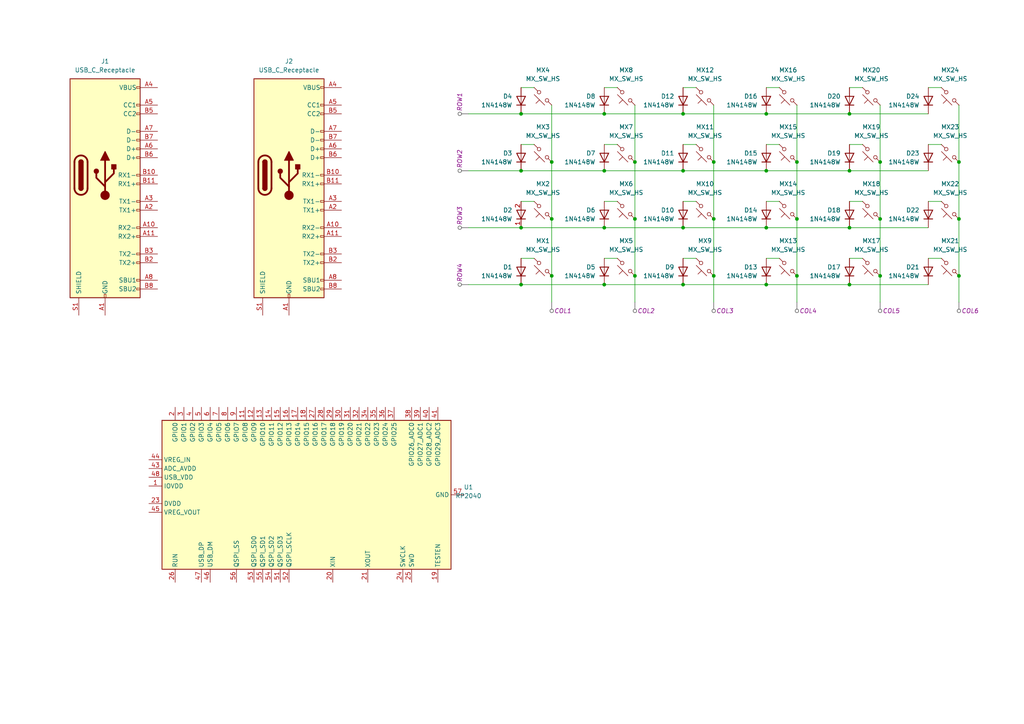
<source format=kicad_sch>
(kicad_sch (version 20230121) (generator eeschema)
  (paper "A4")
  (lib_symbols
    (symbol "1N4148W_1" (pin_numbers hide) (pin_names hide)
      (property "Reference" "D" (at 0 2.54 0))
      (property "Value" "1N4148W" (at 0 -2.54 0))
      (symbol "1N4148W_1_0_1"
        (polyline (pts (xy -1.27 1.27) (xy -1.27 -1.27)) (stroke (width 0.254)))
        (polyline (pts (xy 1.27 0) (xy -1.27 0)))
        (polyline (pts (xy 1.27 1.27) (xy 1.27 -1.27) (xy -1.27 0) (xy 1.27 1.27)) (stroke (width 0.254)))
      )
      (symbol "1N4148W_1_1_1"
        (pin passive line (at -3.81 0 0) (length 2.54) (name "K") (number "1"))
        (pin passive line (at 3.81 0 180) (length 2.54) (name "A") (number "2"))
      )
    )
    (symbol "1N4148W_2" (pin_names hide)
      (property "Reference" "D" (at 0 2.54 0))
      (property "Value" "1N4148W" (at 0 -2.54 0))
      (symbol "1N4148W_2_0_1"
        (polyline (pts (xy -1.27 1.27) (xy -1.27 -1.27)) (stroke (width 0.254)))
        (polyline (pts (xy 1.27 0) (xy -1.27 0)))
        (polyline (pts (xy 1.27 1.27) (xy 1.27 -1.27) (xy -1.27 0) (xy 1.27 1.27)) (stroke (width 0.254)))
      )
      (symbol "1N4148W_2_1_1"
        (pin passive line (at -3.81 0 0) (length 2.54) (name "K") (number "1"))
        (pin passive line (at 3.81 0 180) (length 2.54) (name "A") (number "2"))
      )
    )
    (symbol "Connector:USB_C_Receptacle" (pin_names (offset 1.016))
      (property "Reference" "J" (at -10.16 29.21 0))
      (property "Value" "USB_C_Receptacle" (at 10.16 29.21 0))
      (symbol "USB_C_Receptacle_0_0"
        (rectangle (start -0.254 -35.56) (end 0.254 -34.544))
        (rectangle (start 10.16 -32.766) (end 9.144 -33.274))
        (rectangle (start 10.16 -30.226) (end 9.144 -30.734))
        (rectangle (start 10.16 -25.146) (end 9.144 -25.654))
        (rectangle (start 10.16 -22.606) (end 9.144 -23.114))
        (rectangle (start 10.16 -17.526) (end 9.144 -18.034))
        (rectangle (start 10.16 -14.986) (end 9.144 -15.494))
        (rectangle (start 10.16 -9.906) (end 9.144 -10.414))
        (rectangle (start 10.16 -7.366) (end 9.144 -7.874))
        (rectangle (start 10.16 -2.286) (end 9.144 -2.794))
        (rectangle (start 10.16 0.254) (end 9.144 -0.254))
        (rectangle (start 10.16 5.334) (end 9.144 4.826))
        (rectangle (start 10.16 7.874) (end 9.144 7.366))
        (rectangle (start 10.16 10.414) (end 9.144 9.906))
        (rectangle (start 10.16 12.954) (end 9.144 12.446))
        (rectangle (start 10.16 18.034) (end 9.144 17.526))
        (rectangle (start 10.16 20.574) (end 9.144 20.066))
        (rectangle (start 10.16 25.654) (end 9.144 25.146))
      )
      (symbol "USB_C_Receptacle_0_1"
        (rectangle (start -10.16 27.94) (end 10.16 -35.56) (stroke (width 0.254)) (fill (type background)))
        (arc (start -8.89 -3.81) (mid -6.985 -5.7067) (end -5.08 -3.81) (stroke (width 0.508)))
        (arc (start -7.62 -3.81) (mid -6.985 -4.4423) (end -6.35 -3.81) (stroke (width 0.254)))
        (arc (start -7.62 -3.81) (mid -6.985 -4.4423) (end -6.35 -3.81) (stroke (width 0.254)) (fill (type outline)))
        (rectangle (start -7.62 -3.81) (end -6.35 3.81) (stroke (width 0.254)) (fill (type outline)))
        (arc (start -6.35 3.81) (mid -6.985 4.4423) (end -7.62 3.81) (stroke (width 0.254)))
        (arc (start -6.35 3.81) (mid -6.985 4.4423) (end -7.62 3.81) (stroke (width 0.254)) (fill (type outline)))
        (arc (start -5.08 3.81) (mid -6.985 5.7067) (end -8.89 3.81) (stroke (width 0.508)))
        (polyline (pts (xy -8.89 -3.81) (xy -8.89 3.81)) (stroke (width 0.508)))
        (polyline (pts (xy -5.08 3.81) (xy -5.08 -3.81)) (stroke (width 0.508)))
      )
      (symbol "USB_C_Receptacle_1_1"
        (circle (center -2.54 1.143) (radius 0.635) (stroke (width 0.254)) (fill (type outline)))
        (circle (center 0 -5.842) (radius 1.27) (fill (type outline)))
        (polyline (pts (xy 0 -5.842) (xy 0 4.318)) (stroke (width 0.508)))
        (polyline (pts (xy 0 -3.302) (xy -2.54 -0.762) (xy -2.54 0.508)) (stroke (width 0.508)))
        (polyline (pts (xy 0 -2.032) (xy 2.54 0.508) (xy 2.54 1.778)) (stroke (width 0.508)))
        (polyline (pts (xy -1.27 4.318) (xy 0 6.858) (xy 1.27 4.318) (xy -1.27 4.318)) (stroke (width 0.254)) (fill (type outline)))
        (rectangle (start 1.905 1.778) (end 3.175 3.048) (stroke (width 0.254)) (fill (type outline)))
        (pin passive line (at 0 -40.64 90) (length 5.08) (name "GND") (number "A1"))
        (pin bidirectional line (at 15.24 -15.24 180) (length 5.08) (name "RX2-") (number "A10"))
        (pin bidirectional line (at 15.24 -17.78 180) (length 5.08) (name "RX2+") (number "A11"))
        (pin passive line (at 0 -40.64 90) (length 5.08) hide (name "GND") (number "A12"))
        (pin bidirectional line (at 15.24 -10.16 180) (length 5.08) (name "TX1+") (number "A2"))
        (pin bidirectional line (at 15.24 -7.62 180) (length 5.08) (name "TX1-") (number "A3"))
        (pin passive line (at 15.24 25.4 180) (length 5.08) (name "VBUS") (number "A4"))
        (pin bidirectional line (at 15.24 20.32 180) (length 5.08) (name "CC1") (number "A5"))
        (pin bidirectional line (at 15.24 7.62 180) (length 5.08) (name "D+") (number "A6"))
        (pin bidirectional line (at 15.24 12.7 180) (length 5.08) (name "D-") (number "A7"))
        (pin bidirectional line (at 15.24 -30.48 180) (length 5.08) (name "SBU1") (number "A8"))
        (pin passive line (at 15.24 25.4 180) (length 5.08) hide (name "VBUS") (number "A9"))
        (pin passive line (at 0 -40.64 90) (length 5.08) hide (name "GND") (number "B1"))
        (pin bidirectional line (at 15.24 0 180) (length 5.08) (name "RX1-") (number "B10"))
        (pin bidirectional line (at 15.24 -2.54 180) (length 5.08) (name "RX1+") (number "B11"))
        (pin passive line (at 0 -40.64 90) (length 5.08) hide (name "GND") (number "B12"))
        (pin bidirectional line (at 15.24 -25.4 180) (length 5.08) (name "TX2+") (number "B2"))
        (pin bidirectional line (at 15.24 -22.86 180) (length 5.08) (name "TX2-") (number "B3"))
        (pin passive line (at 15.24 25.4 180) (length 5.08) hide (name "VBUS") (number "B4"))
        (pin bidirectional line (at 15.24 17.78 180) (length 5.08) (name "CC2") (number "B5"))
        (pin bidirectional line (at 15.24 5.08 180) (length 5.08) (name "D+") (number "B6"))
        (pin bidirectional line (at 15.24 10.16 180) (length 5.08) (name "D-") (number "B7"))
        (pin bidirectional line (at 15.24 -33.02 180) (length 5.08) (name "SBU2") (number "B8"))
        (pin passive line (at 15.24 25.4 180) (length 5.08) hide (name "VBUS") (number "B9"))
        (pin passive line (at -7.62 -40.64 90) (length 5.08) (name "SHIELD") (number "S1"))
      )
    )
    (symbol "Diode:1N4148W" (pin_numbers hide) (pin_names hide)
      (property "Reference" "D" (at 0 2.54 0))
      (property "Value" "1N4148W" (at 0 -2.54 0))
      (symbol "1N4148W_0_1"
        (polyline (pts (xy -1.27 1.27) (xy -1.27 -1.27)) (stroke (width 0.254)))
        (polyline (pts (xy 1.27 0) (xy -1.27 0)))
        (polyline (pts (xy 1.27 1.27) (xy 1.27 -1.27) (xy -1.27 0) (xy 1.27 1.27)) (stroke (width 0.254)))
      )
      (symbol "1N4148W_1_1"
        (pin passive line (at -3.81 0 0) (length 2.54) (name "K") (number "1"))
        (pin passive line (at 3.81 0 180) (length 2.54) (name "A") (number "2"))
      )
    )
    (symbol "MCU_RaspberryPi:RP2040"
      (property "Reference" "U" (at 17.78 45.72 0))
      (property "Value" "RP2040" (at 17.78 43.18 0))
      (symbol "RP2040_0_1"
        (rectangle (start -21.59 41.91) (end 21.59 -41.91) (stroke (width 0.254)) (fill (type background)))
      )
      (symbol "RP2040_1_1"
        (pin power_in line (at 2.54 45.72 270) (length 3.81) (name "IOVDD") (number "1"))
        (pin passive line (at 2.54 45.72 270) (length 3.81) hide (name "IOVDD") (number "10"))
        (pin bidirectional line (at 25.4 17.78 180) (length 3.81) (name "GPIO8") (number "11"))
        (pin bidirectional line (at 25.4 15.24 180) (length 3.81) (name "GPIO9") (number "12"))
        (pin bidirectional line (at 25.4 12.7 180) (length 3.81) (name "GPIO10") (number "13"))
        (pin bidirectional line (at 25.4 10.16 180) (length 3.81) (name "GPIO11") (number "14"))
        (pin bidirectional line (at 25.4 7.62 180) (length 3.81) (name "GPIO12") (number "15"))
        (pin bidirectional line (at 25.4 5.08 180) (length 3.81) (name "GPIO13") (number "16"))
        (pin bidirectional line (at 25.4 2.54 180) (length 3.81) (name "GPIO14") (number "17"))
        (pin bidirectional line (at 25.4 0 180) (length 3.81) (name "GPIO15") (number "18"))
        (pin input line (at -25.4 -38.1 0) (length 3.81) (name "TESTEN") (number "19"))
        (pin bidirectional line (at 25.4 38.1 180) (length 3.81) (name "GPIO0") (number "2"))
        (pin input line (at -25.4 -7.62 0) (length 3.81) (name "XIN") (number "20"))
        (pin passive line (at -25.4 -17.78 0) (length 3.81) (name "XOUT") (number "21"))
        (pin passive line (at 2.54 45.72 270) (length 3.81) hide (name "IOVDD") (number "22"))
        (pin power_in line (at -2.54 45.72 270) (length 3.81) (name "DVDD") (number "23"))
        (pin input line (at -25.4 -27.94 0) (length 3.81) (name "SWCLK") (number "24"))
        (pin bidirectional line (at -25.4 -30.48 0) (length 3.81) (name "SWD") (number "25"))
        (pin input line (at -25.4 38.1 0) (length 3.81) (name "RUN") (number "26"))
        (pin bidirectional line (at 25.4 -2.54 180) (length 3.81) (name "GPIO16") (number "27"))
        (pin bidirectional line (at 25.4 -5.08 180) (length 3.81) (name "GPIO17") (number "28"))
        (pin bidirectional line (at 25.4 -7.62 180) (length 3.81) (name "GPIO18") (number "29"))
        (pin bidirectional line (at 25.4 35.56 180) (length 3.81) (name "GPIO1") (number "3"))
        (pin bidirectional line (at 25.4 -10.16 180) (length 3.81) (name "GPIO19") (number "30"))
        (pin bidirectional line (at 25.4 -12.7 180) (length 3.81) (name "GPIO20") (number "31"))
        (pin bidirectional line (at 25.4 -15.24 180) (length 3.81) (name "GPIO21") (number "32"))
        (pin passive line (at 2.54 45.72 270) (length 3.81) hide (name "IOVDD") (number "33"))
        (pin bidirectional line (at 25.4 -17.78 180) (length 3.81) (name "GPIO22") (number "34"))
        (pin bidirectional line (at 25.4 -20.32 180) (length 3.81) (name "GPIO23") (number "35"))
        (pin bidirectional line (at 25.4 -22.86 180) (length 3.81) (name "GPIO24") (number "36"))
        (pin bidirectional line (at 25.4 -25.4 180) (length 3.81) (name "GPIO25") (number "37"))
        (pin bidirectional line (at 25.4 -30.48 180) (length 3.81) (name "GPIO26_ADC0") (number "38"))
        (pin bidirectional line (at 25.4 -33.02 180) (length 3.81) (name "GPIO27_ADC1") (number "39"))
        (pin bidirectional line (at 25.4 33.02 180) (length 3.81) (name "GPIO2") (number "4"))
        (pin bidirectional line (at 25.4 -35.56 180) (length 3.81) (name "GPIO28_ADC2") (number "40"))
        (pin bidirectional line (at 25.4 -38.1 180) (length 3.81) (name "GPIO29_ADC3") (number "41"))
        (pin passive line (at 2.54 45.72 270) (length 3.81) hide (name "IOVDD") (number "42"))
        (pin power_in line (at 7.62 45.72 270) (length 3.81) (name "ADC_AVDD") (number "43"))
        (pin power_in line (at 10.16 45.72 270) (length 3.81) (name "VREG_IN") (number "44"))
        (pin power_out line (at -5.08 45.72 270) (length 3.81) (name "VREG_VOUT") (number "45"))
        (pin bidirectional line (at -25.4 27.94 0) (length 3.81) (name "USB_DM") (number "46"))
        (pin bidirectional line (at -25.4 30.48 0) (length 3.81) (name "USB_DP") (number "47"))
        (pin power_in line (at 5.08 45.72 270) (length 3.81) (name "USB_VDD") (number "48"))
        (pin passive line (at 2.54 45.72 270) (length 3.81) hide (name "IOVDD") (number "49"))
        (pin bidirectional line (at 25.4 30.48 180) (length 3.81) (name "GPIO3") (number "5"))
        (pin passive line (at -2.54 45.72 270) (length 3.81) hide (name "DVDD") (number "50"))
        (pin bidirectional line (at -25.4 7.62 0) (length 3.81) (name "QSPI_SD3") (number "51"))
        (pin output line (at -25.4 5.08 0) (length 3.81) (name "QSPI_SCLK") (number "52"))
        (pin bidirectional line (at -25.4 15.24 0) (length 3.81) (name "QSPI_SD0") (number "53"))
        (pin bidirectional line (at -25.4 10.16 0) (length 3.81) (name "QSPI_SD2") (number "54"))
        (pin bidirectional line (at -25.4 12.7 0) (length 3.81) (name "QSPI_SD1") (number "55"))
        (pin bidirectional line (at -25.4 20.32 0) (length 3.81) (name "QSPI_SS") (number "56"))
        (pin power_in line (at 0 -45.72 90) (length 3.81) (name "GND") (number "57"))
        (pin bidirectional line (at 25.4 27.94 180) (length 3.81) (name "GPIO4") (number "6"))
        (pin bidirectional line (at 25.4 25.4 180) (length 3.81) (name "GPIO5") (number "7"))
        (pin bidirectional line (at 25.4 22.86 180) (length 3.81) (name "GPIO6") (number "8"))
        (pin bidirectional line (at 25.4 20.32 180) (length 3.81) (name "GPIO7") (number "9"))
      )
    )
    (symbol "MX_SW_HS_1" (pin_numbers hide) (pin_names (offset 1.016) hide)
      (property "Reference" "MX" (at 3.048 1.016 0))
      (property "Value" "MX_SW_HS" (at 0 -3.81 0))
      (symbol "MX_SW_HS_1_0_1"
        (circle (center -1.1684 1.1684) (radius 0.508))
        (polyline (pts (xy -0.508 2.54) (xy 2.54 -0.508)))
        (polyline (pts (xy 1.016 1.016) (xy 2.032 2.032)))
        (polyline (pts (xy -2.54 2.54) (xy -1.524 1.524) (xy -1.524 1.524)))
        (polyline (pts (xy 1.524 -1.524) (xy 2.54 -2.54) (xy 2.54 -2.54) (xy 2.54 -2.54)))
        (circle (center 1.143 -1.1938) (radius 0.508))
        (pin passive line (at -2.54 2.54 0) (length 0) (name "1") (number "1"))
        (pin passive line (at 2.54 -2.54 180) (length 0) (name "2") (number "2"))
      )
    )
    (symbol "marbastlib-mx:MX_SW_HS" (pin_numbers hide) (pin_names (offset 1.016) hide)
      (property "Reference" "MX" (at 3.048 1.016 0))
      (property "Value" "MX_SW_HS" (at 0 -3.81 0))
      (symbol "MX_SW_HS_0_1"
        (circle (center -1.1684 1.1684) (radius 0.508))
        (polyline (pts (xy -0.508 2.54) (xy 2.54 -0.508)))
        (polyline (pts (xy 1.016 1.016) (xy 2.032 2.032)))
        (polyline (pts (xy -2.54 2.54) (xy -1.524 1.524) (xy -1.524 1.524)))
        (polyline (pts (xy 1.524 -1.524) (xy 2.54 -2.54) (xy 2.54 -2.54) (xy 2.54 -2.54)))
        (circle (center 1.143 -1.1938) (radius 0.508))
        (pin passive line (at -2.54 2.54 0) (length 0) (name "1") (number "1"))
        (pin passive line (at 2.54 -2.54 180) (length 0) (name "2") (number "2"))
      )
    )
  )
  (junction (at 184.15 80.01))
  (junction (at 151.13 49.53))
  (junction (at 246.38 82.55))
  (junction (at 278.13 63.5))
  (junction (at 184.15 46.99))
  (junction (at 175.26 66.04))
  (junction (at 198.12 82.55))
  (junction (at 175.26 33.02))
  (junction (at 198.12 49.53))
  (junction (at 222.25 33.02))
  (junction (at 175.26 82.55))
  (junction (at 207.01 63.5))
  (junction (at 246.38 66.04))
  (junction (at 184.15 63.5))
  (junction (at 231.14 80.01))
  (junction (at 198.12 66.04))
  (junction (at 255.27 63.5))
  (junction (at 151.13 82.55))
  (junction (at 198.12 33.02))
  (junction (at 160.02 80.01))
  (junction (at 255.27 80.01))
  (junction (at 222.25 49.53))
  (junction (at 246.38 49.53))
  (junction (at 231.14 46.99))
  (junction (at 151.13 33.02))
  (junction (at 278.13 80.01))
  (junction (at 151.13 66.04))
  (junction (at 160.02 46.99))
  (junction (at 255.27 46.99))
  (junction (at 231.14 63.5))
  (junction (at 278.13 46.99))
  (junction (at 207.01 80.01))
  (junction (at 207.01 46.99))
  (junction (at 222.25 82.55))
  (junction (at 175.26 49.53))
  (junction (at 222.25 66.04))
  (junction (at 160.02 63.5))
  (junction (at 246.38 33.02))
  (wire (pts (xy 222.25 33.02) (xy 246.38 33.02)))
  (wire (pts (xy 184.15 30.48) (xy 184.15 46.99)))
  (wire (pts (xy 198.12 66.04) (xy 222.25 66.04)))
  (wire (pts (xy 222.25 74.93) (xy 226.06 74.93)))
  (wire (pts (xy 207.01 46.99) (xy 207.01 63.5)))
  (wire (pts (xy 175.26 33.02) (xy 198.12 33.02)))
  (wire (pts (xy 246.38 49.53) (xy 269.24 49.53)))
  (wire (pts (xy 207.01 80.01) (xy 207.01 87.63)))
  (wire (pts (xy 278.13 46.99) (xy 278.13 63.5)))
  (wire (pts (xy 151.13 41.91) (xy 154.94 41.91)))
  (wire (pts (xy 198.12 49.53) (xy 222.25 49.53)))
  (wire (pts (xy 246.38 33.02) (xy 269.24 33.02)))
  (wire (pts (xy 222.25 66.04) (xy 246.38 66.04)))
  (wire (pts (xy 135.89 82.55) (xy 151.13 82.55)))
  (wire (pts (xy 278.13 30.48) (xy 278.13 46.99)))
  (wire (pts (xy 222.25 82.55) (xy 246.38 82.55)))
  (wire (pts (xy 255.27 63.5) (xy 255.27 80.01)))
  (wire (pts (xy 231.14 30.48) (xy 231.14 46.99)))
  (wire (pts (xy 269.24 74.93) (xy 273.05 74.93)))
  (wire (pts (xy 175.26 66.04) (xy 198.12 66.04)))
  (wire (pts (xy 207.01 30.48) (xy 207.01 46.99)))
  (wire (pts (xy 135.89 49.53) (xy 151.13 49.53)))
  (wire (pts (xy 175.26 82.55) (xy 198.12 82.55)))
  (wire (pts (xy 175.26 74.93) (xy 179.07 74.93)))
  (wire (pts (xy 198.12 82.55) (xy 222.25 82.55)))
  (wire (pts (xy 246.38 74.93) (xy 250.19 74.93)))
  (wire (pts (xy 135.89 33.02) (xy 151.13 33.02)))
  (wire (pts (xy 151.13 58.42) (xy 154.94 58.42)))
  (wire (pts (xy 198.12 25.4) (xy 201.93 25.4)))
  (wire (pts (xy 222.25 58.42) (xy 226.06 58.42)))
  (wire (pts (xy 184.15 80.01) (xy 184.15 87.63)))
  (wire (pts (xy 198.12 58.42) (xy 201.93 58.42)))
  (wire (pts (xy 246.38 66.04) (xy 269.24 66.04)))
  (wire (pts (xy 151.13 74.93) (xy 154.94 74.93)))
  (wire (pts (xy 231.14 63.5) (xy 231.14 80.01)))
  (wire (pts (xy 175.26 41.91) (xy 179.07 41.91)))
  (wire (pts (xy 231.14 80.01) (xy 231.14 87.63)))
  (wire (pts (xy 175.26 49.53) (xy 198.12 49.53)))
  (wire (pts (xy 151.13 25.4) (xy 154.94 25.4)))
  (wire (pts (xy 269.24 58.42) (xy 273.05 58.42)))
  (wire (pts (xy 160.02 30.48) (xy 160.02 46.99)))
  (wire (pts (xy 255.27 30.48) (xy 255.27 46.99)))
  (wire (pts (xy 151.13 33.02) (xy 175.26 33.02)))
  (wire (pts (xy 246.38 82.55) (xy 269.24 82.55)))
  (wire (pts (xy 175.26 25.4) (xy 179.07 25.4)))
  (wire (pts (xy 278.13 63.5) (xy 278.13 80.01)))
  (wire (pts (xy 269.24 41.91) (xy 273.05 41.91)))
  (wire (pts (xy 160.02 46.99) (xy 160.02 63.5)))
  (wire (pts (xy 198.12 33.02) (xy 222.25 33.02)))
  (wire (pts (xy 255.27 46.99) (xy 255.27 63.5)))
  (wire (pts (xy 135.89 66.04) (xy 151.13 66.04)))
  (wire (pts (xy 222.25 49.53) (xy 246.38 49.53)))
  (wire (pts (xy 175.26 58.42) (xy 179.07 58.42)))
  (wire (pts (xy 207.01 63.5) (xy 207.01 80.01)))
  (wire (pts (xy 151.13 82.55) (xy 175.26 82.55)))
  (wire (pts (xy 246.38 25.4) (xy 250.19 25.4)))
  (wire (pts (xy 151.13 49.53) (xy 175.26 49.53)))
  (wire (pts (xy 231.14 46.99) (xy 231.14 63.5)))
  (wire (pts (xy 198.12 74.93) (xy 201.93 74.93)))
  (wire (pts (xy 151.13 66.04) (xy 175.26 66.04)))
  (wire (pts (xy 160.02 63.5) (xy 160.02 80.01)))
  (wire (pts (xy 222.25 25.4) (xy 226.06 25.4)))
  (wire (pts (xy 246.38 58.42) (xy 250.19 58.42)))
  (wire (pts (xy 160.02 80.01) (xy 160.02 87.63)))
  (wire (pts (xy 184.15 63.5) (xy 184.15 80.01)))
  (wire (pts (xy 222.25 41.91) (xy 226.06 41.91)))
  (wire (pts (xy 269.24 25.4) (xy 273.05 25.4)))
  (wire (pts (xy 278.13 80.01) (xy 278.13 87.63)))
  (wire (pts (xy 246.38 41.91) (xy 250.19 41.91)))
  (wire (pts (xy 255.27 80.01) (xy 255.27 87.63)))
  (wire (pts (xy 198.12 41.91) (xy 201.93 41.91)))
  (wire (pts (xy 184.15 46.99) (xy 184.15 63.5)))
  (netclass_flag "" (length 2.54) (shape round) (at 184.15 87.63 180) (property "Netclass" "COL2" (at 184.8485 90.17 0) (effects (font italic) (justify left))))
  (netclass_flag "" (length 2.54) (shape round) (at 135.89 33.02 90) (property "Netclass" "ROW1" (at 133.35 32.3215 90) (effects (font italic) (justify left))))
  (netclass_flag "" (length 2.54) (shape round) (at 135.89 66.04 90) (property "Netclass" "ROW3" (at 133.35 65.3415 90) (effects (font italic) (justify left))))
  (netclass_flag "" (length 2.54) (shape round) (at 278.13 87.63 180) (property "Netclass" "COL6" (at 278.8285 90.17 0) (effects (font italic) (justify left))))
  (netclass_flag "" (length 2.54) (shape round) (at 255.27 87.63 180) (property "Netclass" "COL5" (at 255.9685 90.17 0) (effects (font italic) (justify left))))
  (netclass_flag "" (length 2.54) (shape round) (at 160.02 87.63 180) (property "Netclass" "COL1" (at 160.7185 90.17 0) (effects (font italic) (justify left))))
  (netclass_flag "" (length 2.54) (shape round) (at 135.89 49.53 90) (property "Netclass" "ROW2" (at 133.35 48.8315 90) (effects (font italic) (justify left))))
  (netclass_flag "" (length 2.54) (shape round) (at 207.01 87.63 180) (property "Netclass" "COL3" (at 207.7085 90.17 0) (effects (font italic) (justify left))))
  (netclass_flag "" (length 2.54) (shape round) (at 135.89 82.55 90) (property "Netclass" "ROW4" (at 133.35 81.8515 90) (effects (font italic) (justify left))))
  (netclass_flag "" (length 2.54) (shape round) (at 231.14 87.63 180) (property "Netclass" "COL4" (at 231.8385 90.17 0) (effects (font italic) (justify left))))
  (symbol (lib_id "marbastlib-mx:MX_SW_HS") (at 157.48 44.45 180) (unit 1)
    (property "Reference" "MX3" (at 157.48 36.83 0))
    (property "Value" "MX_SW_HS" (at 157.48 39.37 0))
    (property "Footprint" "marbastlib-mx:SW_MX_HS_1u" (effects hide))
  )
  (symbol (lib_id "Diode:1N4148W") (at 198.12 62.23 270) (mirror x) (unit 1)
    (property "Reference" "D10" (at 195.58 60.96 90) (effects (justify right)))
    (property "Value" "1N4148W" (at 195.58 63.5 90) (effects (justify right)))
    (property "Footprint" "lattice:D_SOD-123_via" (effects hide))
    (property "Datasheet" "https://www.vishay.com/docs/85748/1n4148w.pdf" (effects hide))
    (property "Sim.Device" "D" (effects hide))
    (property "Sim.Pins" "1=K 2=A" (effects hide))
  )
  (symbol (lib_id "marbastlib-mx:MX_SW_HS") (at 275.59 77.47 180) (unit 1)
    (property "Reference" "MX21" (at 275.59 69.85 0))
    (property "Value" "MX_SW_HS" (at 275.59 72.39 0))
    (property "Footprint" "marbastlib-mx:SW_MX_HS_1u" (effects hide))
  )
  (symbol (lib_id "marbastlib-mx:MX_SW_HS") (at 204.47 27.94 180) (unit 1)
    (property "Reference" "MX12" (at 204.47 20.32 0))
    (property "Value" "MX_SW_HS" (at 204.47 22.86 0))
    (property "Footprint" "marbastlib-mx:SW_MX_HS_1u" (effects hide))
  )
  (symbol (lib_id "marbastlib-mx:MX_SW_HS") (at 252.73 44.45 180) (unit 1)
    (property "Reference" "MX19" (at 252.73 36.83 0))
    (property "Value" "MX_SW_HS" (at 252.73 39.37 0))
    (property "Footprint" "marbastlib-mx:SW_MX_HS_1u" (effects hide))
  )
  (symbol (lib_id "Diode:1N4148W") (at 222.25 29.21 270) (mirror x) (unit 1)
    (property "Reference" "D16" (at 219.71 27.94 90) (effects (justify right)))
    (property "Value" "1N4148W" (at 219.71 30.48 90) (effects (justify right)))
    (property "Footprint" "lattice:D_SOD-123_via" (effects hide))
    (property "Datasheet" "https://www.vishay.com/docs/85748/1n4148w.pdf" (effects hide))
    (property "Sim.Device" "D" (effects hide))
    (property "Sim.Pins" "1=K 2=A" (effects hide))
  )
  (symbol (lib_id "Diode:1N4148W") (at 198.12 45.72 270) (mirror x) (unit 1)
    (property "Reference" "D11" (at 195.58 44.45 90) (effects (justify right)))
    (property "Value" "1N4148W" (at 195.58 46.99 90) (effects (justify right)))
    (property "Footprint" "lattice:D_SOD-123_via" (effects hide))
    (property "Datasheet" "https://www.vishay.com/docs/85748/1n4148w.pdf" (effects hide))
    (property "Sim.Device" "D" (effects hide))
    (property "Sim.Pins" "1=K 2=A" (effects hide))
  )
  (symbol (lib_id "Diode:1N4148W") (at 198.12 29.21 270) (mirror x) (unit 1)
    (property "Reference" "D12" (at 195.58 27.94 90) (effects (justify right)))
    (property "Value" "1N4148W" (at 195.58 30.48 90) (effects (justify right)))
    (property "Footprint" "lattice:D_SOD-123_via" (effects hide))
    (property "Datasheet" "https://www.vishay.com/docs/85748/1n4148w.pdf" (effects hide))
    (property "Sim.Device" "D" (effects hide))
    (property "Sim.Pins" "1=K 2=A" (effects hide))
  )
  (symbol (lib_id "Diode:1N4148W") (at 269.24 45.72 270) (mirror x) (unit 1)
    (property "Reference" "D23" (at 266.7 44.45 90) (effects (justify right)))
    (property "Value" "1N4148W" (at 266.7 46.99 90) (effects (justify right)))
    (property "Footprint" "lattice:D_SOD-123_via" (effects hide))
    (property "Datasheet" "https://www.vishay.com/docs/85748/1n4148w.pdf" (effects hide))
    (property "Sim.Device" "D" (effects hide))
    (property "Sim.Pins" "1=K 2=A" (effects hide))
  )
  (symbol (lib_id "Diode:1N4148W") (at 175.26 62.23 270) (mirror x) (unit 1)
    (property "Reference" "D6" (at 172.72 60.96 90) (effects (justify right)))
    (property "Value" "1N4148W" (at 172.72 63.5 90) (effects (justify right)))
    (property "Footprint" "lattice:D_SOD-123_via" (effects hide))
    (property "Datasheet" "https://www.vishay.com/docs/85748/1n4148w.pdf" (effects hide))
    (property "Sim.Device" "D" (effects hide))
    (property "Sim.Pins" "1=K 2=A" (effects hide))
  )
  (symbol (lib_id "Diode:1N4148W") (at 222.25 45.72 270) (mirror x) (unit 1)
    (property "Reference" "D15" (at 219.71 44.45 90) (effects (justify right)))
    (property "Value" "1N4148W" (at 219.71 46.99 90) (effects (justify right)))
    (property "Footprint" "lattice:D_SOD-123_via" (effects hide))
    (property "Datasheet" "https://www.vishay.com/docs/85748/1n4148w.pdf" (effects hide))
    (property "Sim.Device" "D" (effects hide))
    (property "Sim.Pins" "1=K 2=A" (effects hide))
  )
  (symbol (lib_id "marbastlib-mx:MX_SW_HS") (at 204.47 44.45 180) (unit 1)
    (property "Reference" "MX11" (at 204.47 36.83 0))
    (property "Value" "MX_SW_HS" (at 204.47 39.37 0))
    (property "Footprint" "marbastlib-mx:SW_MX_HS_1u" (effects hide))
  )
  (symbol (lib_id "marbastlib-mx:MX_SW_HS") (at 275.59 27.94 180) (unit 1)
    (property "Reference" "MX24" (at 275.59 20.32 0))
    (property "Value" "MX_SW_HS" (at 275.59 22.86 0))
    (property "Footprint" "marbastlib-mx:SW_MX_HS_1u" (effects hide))
  )
  (symbol (lib_id "marbastlib-mx:MX_SW_HS") (at 252.73 77.47 180) (unit 1)
    (property "Reference" "MX17" (at 252.73 69.85 0))
    (property "Value" "MX_SW_HS" (at 252.73 72.39 0))
    (property "Footprint" "marbastlib-mx:SW_MX_HS_1u" (effects hide))
  )
  (symbol (lib_id "marbastlib-mx:MX_SW_HS") (at 252.73 60.96 180) (unit 1)
    (property "Reference" "MX18" (at 252.73 53.34 0))
    (property "Value" "MX_SW_HS" (at 252.73 55.88 0))
    (property "Footprint" "marbastlib-mx:SW_MX_HS_1u" (effects hide))
  )
  (symbol (lib_id "marbastlib-mx:MX_SW_HS") (at 181.61 27.94 180) (unit 1)
    (property "Reference" "MX8" (at 181.61 20.32 0))
    (property "Value" "MX_SW_HS" (at 181.61 22.86 0))
    (property "Footprint" "marbastlib-mx:SW_MX_HS_1u" (effects hide))
  )
  (symbol (lib_id "Diode:1N4148W") (at 175.26 45.72 270) (mirror x) (unit 1)
    (property "Reference" "D7" (at 172.72 44.45 90) (effects (justify right)))
    (property "Value" "1N4148W" (at 172.72 46.99 90) (effects (justify right)))
    (property "Footprint" "lattice:D_SOD-123_via" (effects hide))
    (property "Datasheet" "https://www.vishay.com/docs/85748/1n4148w.pdf" (effects hide))
    (property "Sim.Device" "D" (effects hide))
    (property "Sim.Pins" "1=K 2=A" (effects hide))
  )
  (symbol (lib_id "Diode:1N4148W") (at 246.38 78.74 270) (mirror x) (unit 1)
    (property "Reference" "D17" (at 243.84 77.47 90) (effects (justify right)))
    (property "Value" "1N4148W" (at 243.84 80.01 90) (effects (justify right)))
    (property "Footprint" "lattice:D_SOD-123_via" (effects hide))
    (property "Datasheet" "https://www.vishay.com/docs/85748/1n4148w.pdf" (effects hide))
    (property "Sim.Device" "D" (effects hide))
    (property "Sim.Pins" "1=K 2=A" (effects hide))
  )
  (symbol (lib_id "marbastlib-mx:MX_SW_HS") (at 157.48 77.47 180) (unit 1)
    (property "Reference" "MX1" (at 157.48 69.85 0))
    (property "Value" "MX_SW_HS" (at 157.48 72.39 0))
    (property "Footprint" "marbastlib-mx:SW_MX_HS_1u" (effects hide))
  )
  (symbol (lib_id "Connector:USB_C_Receptacle") (at 83.82 50.8 0) (unit 1)
    (property "Reference" "J2" (at 83.82 17.78 0))
    (property "Value" "USB_C_Receptacle" (at 83.82 20.32 0))
    (property "Footprint" "Connector_USB:USB_C_Receptacle_HRO_TYPE-C-31-M-12" (effects hide))
    (property "Datasheet" "https://www.usb.org/sites/default/files/documents/usb_type-c.zip" (effects hide))
  )
  (symbol (lib_id "Diode:1N4148W") (at 175.26 29.21 270) (mirror x) (unit 1)
    (property "Reference" "D8" (at 172.72 27.94 90) (effects (justify right)))
    (property "Value" "1N4148W" (at 172.72 30.48 90) (effects (justify right)))
    (property "Footprint" "lattice:D_SOD-123_via" (effects hide))
    (property "Datasheet" "https://www.vishay.com/docs/85748/1n4148w.pdf" (effects hide))
    (property "Sim.Device" "D" (effects hide))
    (property "Sim.Pins" "1=K 2=A" (effects hide))
  )
  (symbol (lib_id "marbastlib-mx:MX_SW_HS") (at 204.47 77.47 180) (unit 1)
    (property "Reference" "MX9" (at 204.47 69.85 0))
    (property "Value" "MX_SW_HS" (at 204.47 72.39 0))
    (property "Footprint" "marbastlib-mx:SW_MX_HS_1u" (effects hide))
  )
  (symbol (lib_id "Diode:1N4148W") (at 175.26 78.74 270) (mirror x) (unit 1)
    (property "Reference" "D5" (at 172.72 77.47 90) (effects (justify right)))
    (property "Value" "1N4148W" (at 172.72 80.01 90) (effects (justify right)))
    (property "Footprint" "lattice:D_SOD-123_via" (effects hide))
    (property "Datasheet" "https://www.vishay.com/docs/85748/1n4148w.pdf" (effects hide))
    (property "Sim.Device" "D" (effects hide))
    (property "Sim.Pins" "1=K 2=A" (effects hide))
  )
  (symbol (lib_id "marbastlib-mx:MX_SW_HS") (at 181.61 44.45 180) (unit 1)
    (property "Reference" "MX7" (at 181.61 36.83 0))
    (property "Value" "MX_SW_HS" (at 181.61 39.37 0))
    (property "Footprint" "marbastlib-mx:SW_MX_HS_1u" (effects hide))
  )
  (symbol (lib_id "marbastlib-mx:MX_SW_HS") (at 157.48 60.96 180) (unit 1)
    (property "Reference" "MX2" (at 157.48 53.34 0))
    (property "Value" "MX_SW_HS" (at 157.48 55.88 0))
    (property "Footprint" "marbastlib-mx:SW_MX_HS_1u" (effects hide))
  )
  (symbol (lib_id "marbastlib-mx:MX_SW_HS") (at 181.61 60.96 180) (unit 1)
    (property "Reference" "MX6" (at 181.61 53.34 0))
    (property "Value" "MX_SW_HS" (at 181.61 55.88 0))
    (property "Footprint" "marbastlib-mx:SW_MX_HS_1u" (effects hide))
  )
  (symbol (lib_id "Diode:1N4148W") (at 151.13 78.74 270) (mirror x) (unit 1)
    (property "Reference" "D1" (at 148.59 77.47 90) (effects (justify right)))
    (property "Value" "1N4148W" (at 148.59 80.01 90) (effects (justify right)))
    (property "Footprint" "lattice:D_SOD-123_via" (effects hide))
    (property "Datasheet" "https://www.vishay.com/docs/85748/1n4148w.pdf" (effects hide))
    (property "Sim.Device" "D" (effects hide))
    (property "Sim.Pins" "1=K 2=A" (effects hide))
  )
  (symbol (lib_id "marbastlib-mx:MX_SW_HS") (at 275.59 60.96 180) (unit 1)
    (property "Reference" "MX22" (at 275.59 53.34 0))
    (property "Value" "MX_SW_HS" (at 275.59 55.88 0))
    (property "Footprint" "marbastlib-mx:SW_MX_HS_1u" (effects hide))
  )
  (symbol (lib_id "marbastlib-mx:MX_SW_HS") (at 181.61 77.47 180) (unit 1)
    (property "Reference" "MX5" (at 181.61 69.85 0))
    (property "Value" "MX_SW_HS" (at 181.61 72.39 0))
    (property "Footprint" "marbastlib-mx:SW_MX_HS_1u" (effects hide))
  )
  (symbol (lib_id "Diode:1N4148W") (at 198.12 78.74 270) (mirror x) (unit 1)
    (property "Reference" "D9" (at 195.58 77.47 90) (effects (justify right)))
    (property "Value" "1N4148W" (at 195.58 80.01 90) (effects (justify right)))
    (property "Footprint" "lattice:D_SOD-123_via" (effects hide))
    (property "Datasheet" "https://www.vishay.com/docs/85748/1n4148w.pdf" (effects hide))
    (property "Sim.Device" "D" (effects hide))
    (property "Sim.Pins" "1=K 2=A" (effects hide))
  )
  (symbol (lib_id "marbastlib-mx:MX_SW_HS") (at 228.6 27.94 180) (unit 1)
    (property "Reference" "MX16" (at 228.6 20.32 0))
    (property "Value" "MX_SW_HS" (at 228.6 22.86 0))
    (property "Footprint" "marbastlib-mx:SW_MX_HS_1u" (effects hide))
  )
  (symbol (lib_id "marbastlib-mx:MX_SW_HS") (at 228.6 77.47 180) (unit 1)
    (property "Reference" "MX13" (at 228.6 69.85 0))
    (property "Value" "MX_SW_HS" (at 228.6 72.39 0))
    (property "Footprint" "marbastlib-mx:SW_MX_HS_1u" (effects hide))
  )
  (symbol (lib_id "marbastlib-mx:MX_SW_HS") (at 228.6 44.45 180) (unit 1)
    (property "Reference" "MX15" (at 228.6 36.83 0))
    (property "Value" "MX_SW_HS" (at 228.6 39.37 0))
    (property "Footprint" "marbastlib-mx:SW_MX_HS_1u" (effects hide))
  )
  (symbol (lib_id "MCU_RaspberryPi:RP2040") (at 88.9 143.51 90) (unit 1)
    (property "Reference" "U1" (at 135.89 141.2941 90))
    (property "Value" "RP2040" (at 135.89 143.8341 90))
    (property "Footprint" "Package_DFN_QFN:QFN-56-1EP_7x7mm_P0.4mm_EP3.2x3.2mm" (effects hide))
    (property "Datasheet" "https://datasheets.raspberrypi.com/rp2040/rp2040-datasheet.pdf" (effects hide))
  )
  (symbol (lib_id "marbastlib-mx:MX_SW_HS") (at 228.6 60.96 180) (unit 1)
    (property "Reference" "MX14" (at 228.6 53.34 0))
    (property "Value" "MX_SW_HS" (at 228.6 55.88 0))
    (property "Footprint" "marbastlib-mx:SW_MX_HS_1u" (effects hide))
  )
  (symbol (lib_name "1N4148W_1") (lib_id "Diode:1N4148W") (at 151.13 29.21 270) (mirror x) (unit 1)
    (property "Reference" "D4" (at 148.59 27.94 90) (effects (justify right)))
    (property "Value" "1N4148W" (at 148.59 30.48 90) (effects (justify right)))
    (property "Footprint" "lattice:D_SOD-123_via" (effects hide))
    (property "Datasheet" "https://www.vishay.com/docs/85748/1n4148w.pdf" (effects hide))
    (property "Sim.Device" "D" (effects hide))
    (property "Sim.Pins" "1=K 2=A" (effects hide))
  )
  (symbol (lib_id "Diode:1N4148W") (at 151.13 45.72 270) (mirror x) (unit 1)
    (property "Reference" "D3" (at 148.59 44.45 90) (effects (justify right)))
    (property "Value" "1N4148W" (at 148.59 46.99 90) (effects (justify right)))
    (property "Footprint" "lattice:D_SOD-123_via" (effects hide))
    (property "Datasheet" "https://www.vishay.com/docs/85748/1n4148w.pdf" (effects hide))
    (property "Sim.Device" "D" (effects hide))
    (property "Sim.Pins" "1=K 2=A" (effects hide))
  )
  (symbol (lib_id "Diode:1N4148W") (at 222.25 62.23 270) (mirror x) (unit 1)
    (property "Reference" "D14" (at 219.71 60.96 90) (effects (justify right)))
    (property "Value" "1N4148W" (at 219.71 63.5 90) (effects (justify right)))
    (property "Footprint" "lattice:D_SOD-123_via" (effects hide))
    (property "Datasheet" "https://www.vishay.com/docs/85748/1n4148w.pdf" (effects hide))
    (property "Sim.Device" "D" (effects hide))
    (property "Sim.Pins" "1=K 2=A" (effects hide))
  )
  (symbol (lib_name "MX_SW_HS_1") (lib_id "marbastlib-mx:MX_SW_HS") (at 157.48 27.94 180) (unit 1)
    (property "Reference" "MX4" (at 157.48 20.32 0))
    (property "Value" "MX_SW_HS" (at 157.48 22.86 0))
    (property "Footprint" "marbastlib-mx:SW_MX_HS_1u" (effects hide))
  )
  (symbol (lib_id "Connector:USB_C_Receptacle") (at 30.48 50.8 0) (unit 1)
    (property "Reference" "J1" (at 30.48 17.78 0))
    (property "Value" "USB_C_Receptacle" (at 30.48 20.32 0))
    (property "Footprint" "Connector_USB:USB_C_Receptacle_HRO_TYPE-C-31-M-12" (effects hide))
    (property "Datasheet" "https://www.usb.org/sites/default/files/documents/usb_type-c.zip" (effects hide))
  )
  (symbol (lib_id "marbastlib-mx:MX_SW_HS") (at 252.73 27.94 180) (unit 1)
    (property "Reference" "MX20" (at 252.73 20.32 0))
    (property "Value" "MX_SW_HS" (at 252.73 22.86 0))
    (property "Footprint" "marbastlib-mx:SW_MX_HS_1u" (effects hide))
  )
  (symbol (lib_id "Diode:1N4148W") (at 269.24 62.23 270) (mirror x) (unit 1)
    (property "Reference" "D22" (at 266.7 60.96 90) (effects (justify right)))
    (property "Value" "1N4148W" (at 266.7 63.5 90) (effects (justify right)))
    (property "Footprint" "lattice:D_SOD-123_via" (effects hide))
    (property "Datasheet" "https://www.vishay.com/docs/85748/1n4148w.pdf" (effects hide))
    (property "Sim.Device" "D" (effects hide))
    (property "Sim.Pins" "1=K 2=A" (effects hide))
  )
  (symbol (lib_id "marbastlib-mx:MX_SW_HS") (at 204.47 60.96 180) (unit 1)
    (property "Reference" "MX10" (at 204.47 53.34 0))
    (property "Value" "MX_SW_HS" (at 204.47 55.88 0))
    (property "Footprint" "marbastlib-mx:SW_MX_HS_1u" (effects hide))
  )
  (symbol (lib_name "1N4148W_2") (lib_id "Diode:1N4148W") (at 151.13 62.23 270) (mirror x) (unit 1)
    (property "Reference" "D2" (at 148.59 60.96 90) (effects (justify right)))
    (property "Value" "1N4148W" (at 148.59 63.5 90) (effects (justify right)))
    (property "Footprint" "lattice:D_SOD-123_via" (effects hide))
    (property "Datasheet" "https://www.vishay.com/docs/85748/1n4148w.pdf" (effects hide))
    (property "Sim.Device" "D" (effects hide))
    (property "Sim.Pins" "1=K 2=A" (effects hide))
  )
  (symbol (lib_id "Diode:1N4148W") (at 269.24 29.21 270) (mirror x) (unit 1)
    (property "Reference" "D24" (at 266.7 27.94 90) (effects (justify right)))
    (property "Value" "1N4148W" (at 266.7 30.48 90) (effects (justify right)))
    (property "Footprint" "lattice:D_SOD-123_via" (effects hide))
    (property "Datasheet" "https://www.vishay.com/docs/85748/1n4148w.pdf" (effects hide))
    (property "Sim.Device" "D" (effects hide))
    (property "Sim.Pins" "1=K 2=A" (effects hide))
  )
  (symbol (lib_id "marbastlib-mx:MX_SW_HS") (at 275.59 44.45 180) (unit 1)
    (property "Reference" "MX23" (at 275.59 36.83 0))
    (property "Value" "MX_SW_HS" (at 275.59 39.37 0))
    (property "Footprint" "marbastlib-mx:SW_MX_HS_1u" (effects hide))
  )
  (symbol (lib_id "Diode:1N4148W") (at 269.24 78.74 270) (mirror x) (unit 1)
    (property "Reference" "D21" (at 266.7 77.47 90) (effects (justify right)))
    (property "Value" "1N4148W" (at 266.7 80.01 90) (effects (justify right)))
    (property "Footprint" "lattice:D_SOD-123_via" (effects hide))
    (property "Datasheet" "https://www.vishay.com/docs/85748/1n4148w.pdf" (effects hide))
    (property "Sim.Device" "D" (effects hide))
    (property "Sim.Pins" "1=K 2=A" (effects hide))
  )
  (symbol (lib_id "Diode:1N4148W") (at 246.38 62.23 270) (mirror x) (unit 1)
    (property "Reference" "D18" (at 243.84 60.96 90) (effects (justify right)))
    (property "Value" "1N4148W" (at 243.84 63.5 90) (effects (justify right)))
    (property "Footprint" "lattice:D_SOD-123_via" (effects hide))
    (property "Datasheet" "https://www.vishay.com/docs/85748/1n4148w.pdf" (effects hide))
    (property "Sim.Device" "D" (effects hide))
    (property "Sim.Pins" "1=K 2=A" (effects hide))
  )
  (symbol (lib_id "Diode:1N4148W") (at 222.25 78.74 270) (mirror x) (unit 1)
    (property "Reference" "D13" (at 219.71 77.47 90) (effects (justify right)))
    (property "Value" "1N4148W" (at 219.71 80.01 90) (effects (justify right)))
    (property "Footprint" "lattice:D_SOD-123_via" (effects hide))
    (property "Datasheet" "https://www.vishay.com/docs/85748/1n4148w.pdf" (effects hide))
    (property "Sim.Device" "D" (effects hide))
    (property "Sim.Pins" "1=K 2=A" (effects hide))
  )
  (symbol (lib_id "Diode:1N4148W") (at 246.38 29.21 270) (mirror x) (unit 1)
    (property "Reference" "D20" (at 243.84 27.94 90) (effects (justify right)))
    (property "Value" "1N4148W" (at 243.84 30.48 90) (effects (justify right)))
    (property "Footprint" "lattice:D_SOD-123_via" (effects hide))
    (property "Datasheet" "https://www.vishay.com/docs/85748/1n4148w.pdf" (effects hide))
    (property "Sim.Device" "D" (effects hide))
    (property "Sim.Pins" "1=K 2=A" (effects hide))
  )
  (symbol (lib_id "Diode:1N4148W") (at 246.38 45.72 270) (mirror x) (unit 1)
    (property "Reference" "D19" (at 243.84 44.45 90) (effects (justify right)))
    (property "Value" "1N4148W" (at 243.84 46.99 90) (effects (justify right)))
    (property "Footprint" "lattice:D_SOD-123_via" (effects hide))
    (property "Datasheet" "https://www.vishay.com/docs/85748/1n4148w.pdf" (effects hide))
    (property "Sim.Device" "D" (effects hide))
    (property "Sim.Pins" "1=K 2=A" (effects hide))
  )
)
</source>
